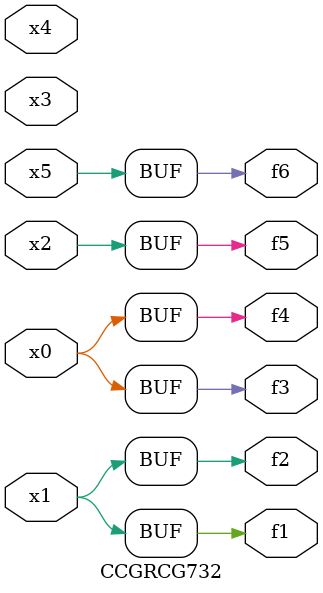
<source format=v>
module CCGRCG732(
	input x0, x1, x2, x3, x4, x5,
	output f1, f2, f3, f4, f5, f6
);
	assign f1 = x1;
	assign f2 = x1;
	assign f3 = x0;
	assign f4 = x0;
	assign f5 = x2;
	assign f6 = x5;
endmodule

</source>
